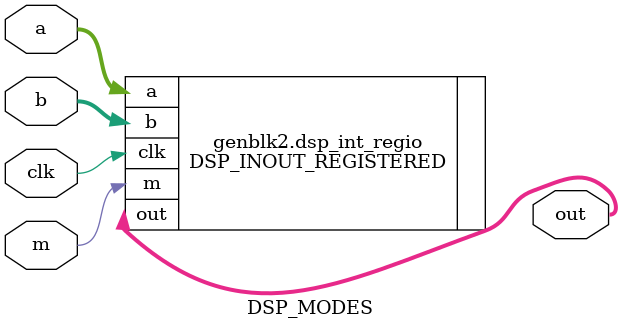
<source format=v>
/*
 * Copyright (C) 2020  The SymbiFlow Authors.
 *
 * Permission to use, copy, modify, and/or distribute this software for any
 * purpose with or without fee is hereby granted, provided that the above
 * copyright notice and this permission notice appear in all copies.
 *
 * THE SOFTWARE IS PROVIDED "AS IS" AND THE AUTHOR DISCLAIMS ALL WARRANTIES
 * WITH REGARD TO THIS SOFTWARE INCLUDING ALL IMPLIED WARRANTIES OF
 * MERCHANTABILITY AND FITNESS. IN NO EVENT SHALL THE AUTHOR BE LIABLE FOR
 * ANY SPECIAL, DIRECT, INDIRECT, OR CONSEQUENTIAL DAMAGES OR ANY DAMAGES
 * WHATSOEVER RESULTING FROM LOSS OF USE, DATA OR PROFITS, WHETHER IN AN
 * ACTION OF CONTRACT, NEGLIGENCE OR OTHER TORTIOUS ACTION, ARISING OUT OF
 * OR IN CONNECTION WITH THE USE OR PERFORMANCE OF THIS SOFTWARE.
 */

`include "../dsp_combinational/dsp_combinational.sim.v"
`include "../dsp_inout_registered/dsp_inout_registered.sim.v"
`include "../dsp_in_registered/dsp_in_registered.sim.v"
`include "../dsp_out_registered/dsp_out_registered.sim.v"
`include "../dsp_partial_registered/dsp_partial_registered.sim.v"

/* DSP Block with register on both the inputs and the output */
(* MODES="REGISTERED_NONE; REGISTERED_IN; REGISTERED_OUT; REGISTERED_INOUT; REGISTERED_PARTIAL" *)
module DSP_MODES (clk, a, b, m, out);
	localparam DATA_WIDTH = 4;

	parameter MODE = "REGISTERED_INOUT";

	input wire clk;
	input wire [DATA_WIDTH/2-1:0] a;
	input wire [DATA_WIDTH/2-1:0] b;
	input wire m;
	output wire [DATA_WIDTH-1:0] out;

	/* Register modes */
	generate
		if (MODE == "REGISTERED_NONE") begin
			DSP_COMBINATIONAL dsp_int_comb (.a(a), .b(b), .m(m), .out(out));
		end if (MODE == "REGISTERED_INOUT") begin
			DSP_INOUT_REGISTERED dsp_int_regio (.clk(clk), .a(a), .b(b), .m(m), .out(out));
		end if (MODE == "REGISTERED_IN") begin
			DSP_IN_REGISTERED dsp_int_regi (.clk(clk), .a(a), .b(b), .m(m), .out(out));
		end if (MODE == "REGISTERED_OUT") begin
			DSP_OUT_REGISTERED dsp_int_rego (.clk(clk), .a(a), .b(b), .m(m), .out(out));
		end if (MODE == "REGISTERED_PARTIAL") begin
			DSP_PARTIAL_REGISTERED dsp_int_part (.clk(clk), .a(a), .b(b), .m(m), .out(out));
		end
	endgenerate
endmodule

</source>
